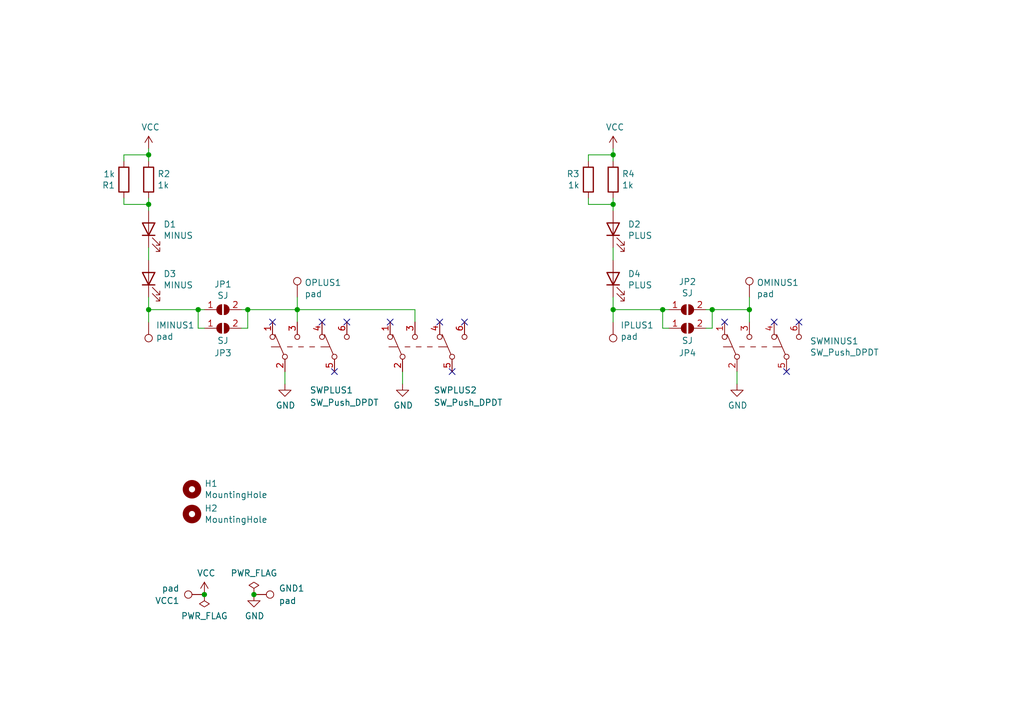
<source format=kicad_sch>
(kicad_sch (version 20211123) (generator eeschema)
  (paper "User" 210.007 148.006)
  (title_block (title "Manual panel control double turnout") (date "2021-11-10"))
  (lib_symbols
    (symbol "Connector:TestPoint" (pin_numbers hide) (pin_names (offset 0.762) hide)
      (property "Reference" "TP" (at 0 6.858 0))
      (property "Value" "TestPoint" (at 0 5.08 0))
      (symbol "TestPoint_0_1"
        (circle (center 0 3.302) (radius 0.762))
      )
      (symbol "TestPoint_1_1"
        (pin passive line (at 0 0 90) (length 2.54) (name "1") (number "1"))
      )
    )
    (symbol "Device:LED" (pin_numbers hide) (pin_names (offset 1.016) hide)
      (property "Reference" "D" (at 0 2.54 0))
      (property "Value" "LED" (at 0 -2.54 0))
      (symbol "LED_0_1"
        (polyline (pts (xy -1.27 -1.27) (xy -1.27 1.27)) (stroke (width 0.254)))
        (polyline (pts (xy -1.27 0) (xy 1.27 0)))
        (polyline (pts (xy 1.27 -1.27) (xy 1.27 1.27) (xy -1.27 0) (xy 1.27 -1.27)) (stroke (width 0.254)))
        (polyline (pts (xy -3.048 -0.762) (xy -4.572 -2.286) (xy -3.81 -2.286) (xy -4.572 -2.286) (xy -4.572 -1.524)))
        (polyline (pts (xy -1.778 -0.762) (xy -3.302 -2.286) (xy -2.54 -2.286) (xy -3.302 -2.286) (xy -3.302 -1.524)))
      )
      (symbol "LED_1_1"
        (pin passive line (at -3.81 0 0) (length 2.54) (name "K") (number "1"))
        (pin passive line (at 3.81 0 180) (length 2.54) (name "A") (number "2"))
      )
    )
    (symbol "Device:R" (pin_numbers hide) (pin_names (offset 0))
      (property "Reference" "R" (at 2.032 0 90))
      (property "Value" "R" (at 0 0 90))
      (symbol "R_0_1"
        (rectangle (start -1.016 -2.54) (end 1.016 2.54) (stroke (width 0.254)))
      )
      (symbol "R_1_1"
        (pin passive line (at 0 3.81 270) (length 1.27) (name "~") (number "1"))
        (pin passive line (at 0 -3.81 90) (length 1.27) (name "~") (number "2"))
      )
    )
    (symbol "Jumper:SolderJumper_2_Open" (pin_names (offset 0) hide)
      (property "Reference" "JP" (at 0 2.032 0))
      (property "Value" "SolderJumper_2_Open" (at 0 -2.54 0))
      (symbol "SolderJumper_2_Open_0_1"
        (arc (start -0.254 1.016) (mid -1.27 0) (end -0.254 -1.016))
        (arc (start -0.254 1.016) (mid -1.27 0) (end -0.254 -1.016) (fill (type outline)))
        (polyline (pts (xy -0.254 1.016) (xy -0.254 -1.016)))
        (polyline (pts (xy 0.254 1.016) (xy 0.254 -1.016)))
        (arc (start 0.254 -1.016) (mid 1.27 0) (end 0.254 1.016))
        (arc (start 0.254 -1.016) (mid 1.27 0) (end 0.254 1.016) (fill (type outline)))
      )
      (symbol "SolderJumper_2_Open_1_1"
        (pin passive line (at -3.81 0 0) (length 2.54) (name "A") (number "1"))
        (pin passive line (at 3.81 0 180) (length 2.54) (name "B") (number "2"))
      )
    )
    (symbol "Mechanical:MountingHole" (pin_names (offset 1.016))
      (property "Reference" "H" (at 0 5.08 0))
      (property "Value" "MountingHole" (at 0 3.175 0))
      (symbol "MountingHole_0_1"
        (circle (center 0 0) (radius 1.27) (stroke (width 1.27)))
      )
    )
    (symbol "Switch:SW_Push_DPDT" (pin_names (offset 0) hide)
      (property "Reference" "SW" (at 0 8.89 0))
      (property "Value" "SW_Push_DPDT" (at 0 -10.16 0))
      (symbol "SW_Push_DPDT_0_0"
        (circle (center -2.032 -5.08) (radius 0.508))
        (circle (center -2.032 5.08) (radius 0.508))
        (circle (center 2.032 -7.62) (radius 0.508))
        (circle (center 2.032 2.54) (radius 0.508))
      )
      (symbol "SW_Push_DPDT_0_1"
        (polyline (pts (xy -1.524 -4.826) (xy 2.54 -3.048)))
        (polyline (pts (xy -1.524 5.334) (xy 2.54 7.112)))
        (polyline (pts (xy 0 -2.286) (xy 0 -4.064)))
        (polyline (pts (xy 0 -1.016) (xy 0 0)))
        (polyline (pts (xy 0 1.27) (xy 0 2.286)))
        (polyline (pts (xy 0 3.556) (xy 0 4.572)))
        (polyline (pts (xy 0 7.874) (xy 0 6.096)))
        (circle (center 2.032 -2.54) (radius 0.508))
        (circle (center 2.032 7.62) (radius 0.508))
      )
      (symbol "SW_Push_DPDT_1_1"
        (pin passive line (at 5.08 7.62 180) (length 2.54) (name "A") (number "1"))
        (pin passive line (at -5.08 5.08 0) (length 2.54) (name "B") (number "2"))
        (pin passive line (at 5.08 2.54 180) (length 2.54) (name "C") (number "3"))
        (pin passive line (at 5.08 -2.54 180) (length 2.54) (name "A") (number "4"))
        (pin passive line (at -5.08 -5.08 0) (length 2.54) (name "B") (number "5"))
        (pin passive line (at 5.08 -7.62 180) (length 2.54) (name "C") (number "6"))
      )
    )
    (symbol "power:GND" (power) (pin_names (offset 0))
      (property "Value" "GND" (at 0 -3.81 0))
      (symbol "GND_0_1"
        (polyline (pts (xy 0 0) (xy 0 -1.27) (xy 1.27 -1.27) (xy 0 -2.54) (xy -1.27 -1.27) (xy 0 -1.27)))
      )
      (symbol "GND_1_1"
        (pin power_in line (at 0 0 270) (length 0) hide (name "GND") (number "1"))
      )
    )
    (symbol "power:PWR_FLAG" (power) (pin_numbers hide) (pin_names (offset 0) hide)
      (property "Value" "PWR_FLAG" (at 0 3.81 0))
      (symbol "PWR_FLAG_0_0"
        (pin power_out line (at 0 0 90) (length 0) (name "pwr") (number "1"))
      )
      (symbol "PWR_FLAG_0_1"
        (polyline (pts (xy 0 0) (xy 0 1.27) (xy -1.016 1.905) (xy 0 2.54) (xy 1.016 1.905) (xy 0 1.27)))
      )
    )
    (symbol "power:VCC" (power) (pin_names (offset 0))
      (property "Value" "VCC" (at 0 3.81 0))
      (symbol "VCC_0_1"
        (polyline (pts (xy -0.762 1.27) (xy 0 2.54)))
        (polyline (pts (xy 0 0) (xy 0 2.54)))
        (polyline (pts (xy 0 2.54) (xy 0.762 1.27)))
      )
      (symbol "VCC_1_1"
        (pin power_in line (at 0 0 90) (length 0) hide (name "VCC") (number "1"))
      )
    )
  )
  (junction (at 125.73 63.5))
  (junction (at 30.48 41.91))
  (junction (at 60.96 63.5))
  (junction (at 40.64 63.5))
  (junction (at 153.67 63.5))
  (junction (at 30.48 31.75))
  (junction (at 30.48 63.5))
  (junction (at 135.89 63.5))
  (junction (at 52.07 121.92))
  (junction (at 41.91 121.92))
  (junction (at 125.73 31.75))
  (junction (at 50.8 63.5))
  (junction (at 146.05 63.5))
  (junction (at 125.73 41.91))
  (no_connect (at 71.12 66.04))
  (no_connect (at 68.58 76.2))
  (no_connect (at 66.04 66.04))
  (no_connect (at 148.59 66.04))
  (no_connect (at 95.25 66.04))
  (no_connect (at 161.29 76.2))
  (no_connect (at 92.71 76.2))
  (no_connect (at 90.17 66.04))
  (no_connect (at 158.75 66.04))
  (no_connect (at 80.01 66.04))
  (no_connect (at 163.83 66.04))
  (no_connect (at 55.88 66.04))
  (wire (pts (xy 30.48 50.8) (xy 30.48 53.34)))
  (wire (pts (xy 60.96 63.5) (xy 85.09 63.5)))
  (wire (pts (xy 30.48 30.48) (xy 30.48 31.75)))
  (wire (pts (xy 153.67 63.5) (xy 146.05 63.5)))
  (wire (pts (xy 40.64 67.31) (xy 40.64 63.5)))
  (wire (pts (xy 135.89 67.31) (xy 135.89 63.5)))
  (wire (pts (xy 49.53 67.31) (xy 50.8 67.31)))
  (wire (pts (xy 60.96 63.5) (xy 60.96 66.04)))
  (wire (pts (xy 120.65 31.75) (xy 125.73 31.75)))
  (wire (pts (xy 41.91 67.31) (xy 40.64 67.31)))
  (wire (pts (xy 120.65 33.02) (xy 120.65 31.75)))
  (wire (pts (xy 30.48 63.5) (xy 30.48 66.04)))
  (wire (pts (xy 30.48 60.96) (xy 30.48 63.5)))
  (wire (pts (xy 135.89 63.5) (xy 125.73 63.5)))
  (wire (pts (xy 120.65 41.91) (xy 125.73 41.91)))
  (wire (pts (xy 146.05 67.31) (xy 146.05 63.5)))
  (wire (pts (xy 30.48 41.91) (xy 30.48 40.64)))
  (wire (pts (xy 85.09 63.5) (xy 85.09 66.04)))
  (wire (pts (xy 137.16 63.5) (xy 135.89 63.5)))
  (wire (pts (xy 25.4 41.91) (xy 30.48 41.91)))
  (wire (pts (xy 125.73 30.48) (xy 125.73 31.75)))
  (wire (pts (xy 58.42 76.2) (xy 58.42 78.74)))
  (wire (pts (xy 25.4 33.02) (xy 25.4 31.75)))
  (wire (pts (xy 49.53 63.5) (xy 50.8 63.5)))
  (wire (pts (xy 25.4 40.64) (xy 25.4 41.91)))
  (wire (pts (xy 137.16 67.31) (xy 135.89 67.31)))
  (wire (pts (xy 144.78 67.31) (xy 146.05 67.31)))
  (wire (pts (xy 60.96 60.96) (xy 60.96 63.5)))
  (wire (pts (xy 50.8 63.5) (xy 60.96 63.5)))
  (wire (pts (xy 120.65 40.64) (xy 120.65 41.91)))
  (wire (pts (xy 125.73 53.34) (xy 125.73 50.8)))
  (wire (pts (xy 125.73 63.5) (xy 125.73 66.04)))
  (wire (pts (xy 82.55 78.74) (xy 82.55 76.2)))
  (wire (pts (xy 41.91 63.5) (xy 40.64 63.5)))
  (wire (pts (xy 40.64 63.5) (xy 30.48 63.5)))
  (wire (pts (xy 146.05 63.5) (xy 144.78 63.5)))
  (wire (pts (xy 151.13 76.2) (xy 151.13 78.74)))
  (wire (pts (xy 125.73 63.5) (xy 125.73 60.96)))
  (wire (pts (xy 125.73 43.18) (xy 125.73 41.91)))
  (wire (pts (xy 125.73 31.75) (xy 125.73 33.02)))
  (wire (pts (xy 125.73 41.91) (xy 125.73 40.64)))
  (wire (pts (xy 30.48 43.18) (xy 30.48 41.91)))
  (wire (pts (xy 25.4 31.75) (xy 30.48 31.75)))
  (wire (pts (xy 153.67 63.5) (xy 153.67 66.04)))
  (wire (pts (xy 30.48 31.75) (xy 30.48 33.02)))
  (wire (pts (xy 153.67 60.96) (xy 153.67 63.5)))
  (wire (pts (xy 50.8 67.31) (xy 50.8 63.5)))
  (symbol (lib_id "power:GND") (at 58.42 78.74 0) (unit 1)
    (property "Reference" "#PWR03" (effects hide))
    (property "Value" "GND" (at 58.547 83.1342 0))
  )
  (symbol (lib_id "Device:LED") (at 125.73 46.99 90) (unit 1)
    (property "Reference" "D2" (at 128.7272 45.9994 90) (effects (justify right)))
    (property "Value" "PLUS" (at 128.7272 48.3108 90) (effects (justify right)))
    (property "Footprint" "LED_THT:LED_D3.0mm" (effects hide))
  )
  (symbol (lib_id "Device:R") (at 125.73 36.83 0) (unit 1)
    (property "Reference" "R4" (at 127.508 35.6616 0) (effects (justify left)))
    (property "Value" "1k" (at 127.508 37.973 0) (effects (justify left)))
    (property "Footprint" "Resistor_SMD:R_0805_2012Metric_Pad1.20x1.40mm_HandSolder" (effects hide))
  )
  (symbol (lib_id "power:VCC") (at 125.73 30.48 0) (unit 1)
    (property "Reference" "#PWR02" (effects hide))
    (property "Value" "VCC" (at 126.111 26.0858 0))
  )
  (symbol (lib_id "Mechanical:MountingHole") (at 39.37 100.33 0) (unit 1)
    (property "Reference" "H1" (at 41.91 99.1616 0) (effects (justify left)))
    (property "Value" "MountingHole" (at 41.91 101.473 0) (effects (justify left)))
    (property "Footprint" "MountingHole:MountingHole_3.2mm_M3" (effects hide))
  )
  (symbol (lib_id "Connector:TestPoint") (at 125.73 66.04 180) (unit 1)
    (property "Reference" "IPLUS1" (at 127.2032 66.7004 0) (effects (justify right)))
    (property "Value" "pad" (at 127.2032 69.0118 0) (effects (justify right)))
    (property "Footprint" "Connector_Pin:Pin_D1.3mm_L11.0mm" (effects hide))
  )
  (symbol (lib_id "Mechanical:MountingHole") (at 39.37 105.41 0) (unit 1)
    (property "Reference" "H2" (at 41.91 104.2416 0) (effects (justify left)))
    (property "Value" "MountingHole" (at 41.91 106.553 0) (effects (justify left)))
    (property "Footprint" "MountingHole:MountingHole_3.2mm_M3" (effects hide))
  )
  (symbol (lib_id "Connector:TestPoint") (at 60.96 60.96 0) (unit 1)
    (property "Reference" "OPLUS1" (at 62.4332 57.9628 0) (effects (justify left)))
    (property "Value" "pad" (at 62.4332 60.2742 0) (effects (justify left)))
    (property "Footprint" "Connector_Pin:Pin_D1.3mm_L11.0mm" (effects hide))
  )
  (symbol (lib_id "Switch:SW_Push_DPDT") (at 63.5 71.12 90) (unit 1)
    (property "Reference" "SWPLUS1" (at 63.5 80.01 90) (effects (justify right)))
    (property "Value" "SW_Push_DPDT" (at 63.5 82.55 90) (effects (justify right)))
    (property "Footprint" "Switch_KMZ:KLS7" (effects hide))
  )
  (symbol (lib_id "Connector:TestPoint") (at 52.07 121.92 270) (unit 1)
    (property "Reference" "GND1" (at 57.15 120.65 90) (effects (justify left)))
    (property "Value" "pad" (at 57.15 123.19 90) (effects (justify left)))
    (property "Footprint" "Connector_Pin:Pin_D1.3mm_L11.0mm" (effects hide))
  )
  (symbol (lib_id "Connector:TestPoint") (at 41.91 121.92 90) (unit 1)
    (property "Reference" "VCC1" (at 36.83 123.19 90) (effects (justify left)))
    (property "Value" "pad" (at 36.83 120.65 90) (effects (justify left)))
    (property "Footprint" "Connector_Pin:Pin_D1.3mm_L11.0mm" (effects hide))
  )
  (symbol (lib_id "Jumper:SolderJumper_2_Open") (at 45.72 63.5 0) (unit 1)
    (property "Reference" "JP1" (at 45.72 58.293 0))
    (property "Value" "SJ" (at 45.72 60.6044 0))
    (property "Footprint" "Jumper:SolderJumper-2_P1.3mm_Open_RoundedPad1.0x1.5mm" (effects hide))
  )
  (symbol (lib_id "Device:LED") (at 30.48 46.99 90) (unit 1)
    (property "Reference" "D1" (at 33.4772 45.9994 90) (effects (justify right)))
    (property "Value" "MINUS" (at 33.4772 48.3108 90) (effects (justify right)))
    (property "Footprint" "LED_THT:LED_D3.0mm" (effects hide))
  )
  (symbol (lib_id "Device:R") (at 30.48 36.83 0) (unit 1)
    (property "Reference" "R2" (at 32.258 35.6616 0) (effects (justify left)))
    (property "Value" "1k" (at 32.258 37.973 0) (effects (justify left)))
    (property "Footprint" "Resistor_SMD:R_0805_2012Metric_Pad1.20x1.40mm_HandSolder" (effects hide))
  )
  (symbol (lib_id "power:VCC") (at 30.48 30.48 0) (unit 1)
    (property "Reference" "#PWR01" (effects hide))
    (property "Value" "VCC" (at 30.861 26.0858 0))
  )
  (symbol (lib_id "Connector:TestPoint") (at 30.48 66.04 180) (unit 1)
    (property "Reference" "IMINUS1" (at 31.9532 66.7004 0) (effects (justify right)))
    (property "Value" "pad" (at 31.9532 69.0118 0) (effects (justify right)))
    (property "Footprint" "Connector_Pin:Pin_D1.3mm_L11.0mm" (effects hide))
  )
  (symbol (lib_id "power:GND") (at 151.13 78.74 0) (unit 1)
    (property "Reference" "#PWR05" (effects hide))
    (property "Value" "GND" (at 151.257 83.1342 0))
  )
  (symbol (lib_id "Connector:TestPoint") (at 153.67 60.96 0) (unit 1)
    (property "Reference" "OMINUS1" (at 155.1432 57.9628 0) (effects (justify left)))
    (property "Value" "pad" (at 155.1432 60.2742 0) (effects (justify left)))
    (property "Footprint" "Connector_Pin:Pin_D1.3mm_L11.0mm" (effects hide))
  )
  (symbol (lib_id "Switch:SW_Push_DPDT") (at 156.21 71.12 90) (unit 1)
    (property "Reference" "SWMINUS1" (at 166.0652 69.9516 90) (effects (justify right)))
    (property "Value" "SW_Push_DPDT" (at 166.0652 72.263 90) (effects (justify right)))
    (property "Footprint" "Switch_KMZ:KLS7" (effects hide))
  )
  (symbol (lib_id "Switch:SW_Push_DPDT") (at 87.63 71.12 90) (unit 1)
    (property "Reference" "SWPLUS2" (at 88.9 80.01 90) (effects (justify right)))
    (property "Value" "SW_Push_DPDT" (at 88.9 82.55 90) (effects (justify right)))
    (property "Footprint" "Switch_KMZ:KLS7" (effects hide))
  )
  (symbol (lib_id "power:GND") (at 52.07 121.92 0) (unit 1)
    (property "Reference" "#PWR07" (effects hide))
    (property "Value" "GND" (at 52.197 126.3142 0))
  )
  (symbol (lib_id "power:PWR_FLAG") (at 52.07 121.92 0) (unit 1)
    (property "Reference" "#FLG02" (effects hide))
    (property "Value" "PWR_FLAG" (at 52.07 117.5258 0))
  )
  (symbol (lib_id "Jumper:SolderJumper_2_Open") (at 140.97 63.5 0) (mirror x) (unit 1)
    (property "Reference" "JP2" (at 140.97 57.785 0))
    (property "Value" "SJ" (at 140.97 60.0964 0))
    (property "Footprint" "Jumper:SolderJumper-2_P1.3mm_Open_RoundedPad1.0x1.5mm" (effects hide))
  )
  (symbol (lib_id "Device:LED") (at 30.48 57.15 90) (unit 1)
    (property "Reference" "D3" (at 33.4772 56.1594 90) (effects (justify right)))
    (property "Value" "MINUS" (at 33.4772 58.4708 90) (effects (justify right)))
    (property "Footprint" "LED_THT:LED_D3.0mm" (effects hide))
  )
  (symbol (lib_id "power:VCC") (at 41.91 121.92 0) (unit 1)
    (property "Reference" "#PWR06" (effects hide))
    (property "Value" "VCC" (at 42.291 117.5258 0))
  )
  (symbol (lib_id "power:PWR_FLAG") (at 41.91 121.92 180) (unit 1)
    (property "Reference" "#FLG01" (effects hide))
    (property "Value" "PWR_FLAG" (at 41.91 126.3142 0))
  )
  (symbol (lib_id "power:GND") (at 82.55 78.74 0) (unit 1)
    (property "Reference" "#PWR04" (effects hide))
    (property "Value" "GND" (at 82.677 83.1342 0))
  )
  (symbol (lib_id "Device:LED") (at 125.73 57.15 90) (unit 1)
    (property "Reference" "D4" (at 128.7272 56.1594 90) (effects (justify right)))
    (property "Value" "PLUS" (at 128.7272 58.4708 90) (effects (justify right)))
    (property "Footprint" "LED_THT:LED_D3.0mm" (effects hide))
  )
  (symbol (lib_id "Jumper:SolderJumper_2_Open") (at 140.97 67.31 0) (mirror x) (unit 1)
    (property "Reference" "JP4" (at 140.97 72.39 0))
    (property "Value" "SJ" (at 140.97 69.85 0))
    (property "Footprint" "Jumper:SolderJumper-2_P1.3mm_Open_RoundedPad1.0x1.5mm" (effects hide))
  )
  (symbol (lib_id "Device:R") (at 120.65 36.83 0) (mirror y) (unit 1)
    (property "Reference" "R3" (at 118.872 35.6616 0) (effects (justify left)))
    (property "Value" "1k" (at 118.872 37.973 0) (effects (justify left)))
    (property "Footprint" "Resistor_SMD:R_0805_2012Metric_Pad1.20x1.40mm_HandSolder" (effects hide))
  )
  (symbol (lib_id "Jumper:SolderJumper_2_Open") (at 45.72 67.31 0) (unit 1)
    (property "Reference" "JP3" (at 45.72 72.39 0))
    (property "Value" "SJ" (at 45.72 69.85 0))
    (property "Footprint" "Jumper:SolderJumper-2_P1.3mm_Open_RoundedPad1.0x1.5mm" (effects hide))
  )
  (symbol (lib_id "Device:R") (at 25.4 36.83 180) (unit 1)
    (property "Reference" "R1" (at 23.622 37.9984 0) (effects (justify left)))
    (property "Value" "1k" (at 23.622 35.687 0) (effects (justify left)))
    (property "Footprint" "Resistor_SMD:R_0805_2012Metric_Pad1.20x1.40mm_HandSolder" (effects hide))
  )
)
</source>
